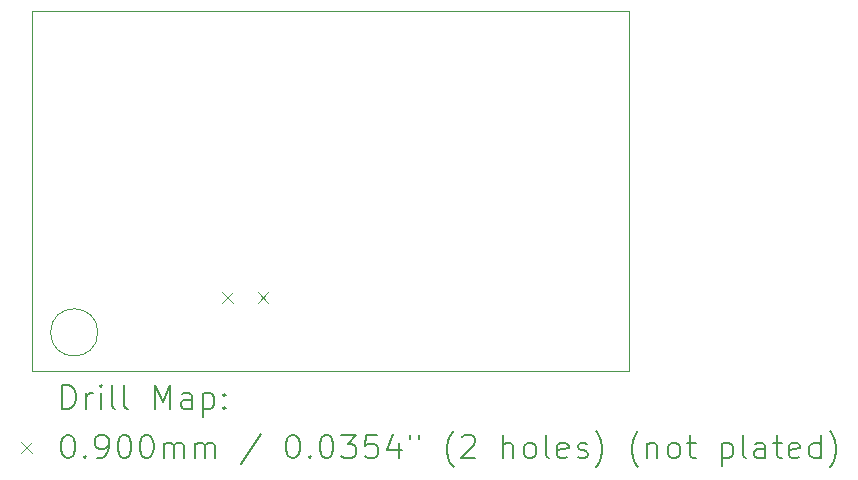
<source format=gbr>
%TF.GenerationSoftware,KiCad,Pcbnew,7.0.7*%
%TF.CreationDate,2024-05-24T10:30:40-07:00*%
%TF.ProjectId,Pinky,50696e6b-792e-46b6-9963-61645f706362,rev?*%
%TF.SameCoordinates,Original*%
%TF.FileFunction,Drillmap*%
%TF.FilePolarity,Positive*%
%FSLAX45Y45*%
G04 Gerber Fmt 4.5, Leading zero omitted, Abs format (unit mm)*
G04 Created by KiCad (PCBNEW 7.0.7) date 2024-05-24 10:30:40*
%MOMM*%
%LPD*%
G01*
G04 APERTURE LIST*
%ADD10C,0.100000*%
%ADD11C,0.200000*%
%ADD12C,0.090000*%
G04 APERTURE END LIST*
D10*
X12446000Y-6629400D02*
X17500600Y-6629400D01*
X17500600Y-9677400D01*
X12446000Y-9677400D01*
X12446000Y-6629400D01*
X13001600Y-9347200D02*
G75*
G03*
X13001600Y-9347200I-200000J0D01*
G01*
D11*
D12*
X14054400Y-9008300D02*
X14144400Y-9098300D01*
X14144400Y-9008300D02*
X14054400Y-9098300D01*
X14354400Y-9008300D02*
X14444400Y-9098300D01*
X14444400Y-9008300D02*
X14354400Y-9098300D01*
D11*
X12701777Y-9993884D02*
X12701777Y-9793884D01*
X12701777Y-9793884D02*
X12749396Y-9793884D01*
X12749396Y-9793884D02*
X12777967Y-9803408D01*
X12777967Y-9803408D02*
X12797015Y-9822455D01*
X12797015Y-9822455D02*
X12806539Y-9841503D01*
X12806539Y-9841503D02*
X12816062Y-9879598D01*
X12816062Y-9879598D02*
X12816062Y-9908170D01*
X12816062Y-9908170D02*
X12806539Y-9946265D01*
X12806539Y-9946265D02*
X12797015Y-9965312D01*
X12797015Y-9965312D02*
X12777967Y-9984360D01*
X12777967Y-9984360D02*
X12749396Y-9993884D01*
X12749396Y-9993884D02*
X12701777Y-9993884D01*
X12901777Y-9993884D02*
X12901777Y-9860550D01*
X12901777Y-9898646D02*
X12911301Y-9879598D01*
X12911301Y-9879598D02*
X12920824Y-9870074D01*
X12920824Y-9870074D02*
X12939872Y-9860550D01*
X12939872Y-9860550D02*
X12958920Y-9860550D01*
X13025586Y-9993884D02*
X13025586Y-9860550D01*
X13025586Y-9793884D02*
X13016062Y-9803408D01*
X13016062Y-9803408D02*
X13025586Y-9812931D01*
X13025586Y-9812931D02*
X13035110Y-9803408D01*
X13035110Y-9803408D02*
X13025586Y-9793884D01*
X13025586Y-9793884D02*
X13025586Y-9812931D01*
X13149396Y-9993884D02*
X13130348Y-9984360D01*
X13130348Y-9984360D02*
X13120824Y-9965312D01*
X13120824Y-9965312D02*
X13120824Y-9793884D01*
X13254158Y-9993884D02*
X13235110Y-9984360D01*
X13235110Y-9984360D02*
X13225586Y-9965312D01*
X13225586Y-9965312D02*
X13225586Y-9793884D01*
X13482729Y-9993884D02*
X13482729Y-9793884D01*
X13482729Y-9793884D02*
X13549396Y-9936741D01*
X13549396Y-9936741D02*
X13616062Y-9793884D01*
X13616062Y-9793884D02*
X13616062Y-9993884D01*
X13797015Y-9993884D02*
X13797015Y-9889122D01*
X13797015Y-9889122D02*
X13787491Y-9870074D01*
X13787491Y-9870074D02*
X13768443Y-9860550D01*
X13768443Y-9860550D02*
X13730348Y-9860550D01*
X13730348Y-9860550D02*
X13711301Y-9870074D01*
X13797015Y-9984360D02*
X13777967Y-9993884D01*
X13777967Y-9993884D02*
X13730348Y-9993884D01*
X13730348Y-9993884D02*
X13711301Y-9984360D01*
X13711301Y-9984360D02*
X13701777Y-9965312D01*
X13701777Y-9965312D02*
X13701777Y-9946265D01*
X13701777Y-9946265D02*
X13711301Y-9927217D01*
X13711301Y-9927217D02*
X13730348Y-9917693D01*
X13730348Y-9917693D02*
X13777967Y-9917693D01*
X13777967Y-9917693D02*
X13797015Y-9908170D01*
X13892253Y-9860550D02*
X13892253Y-10060550D01*
X13892253Y-9870074D02*
X13911301Y-9860550D01*
X13911301Y-9860550D02*
X13949396Y-9860550D01*
X13949396Y-9860550D02*
X13968443Y-9870074D01*
X13968443Y-9870074D02*
X13977967Y-9879598D01*
X13977967Y-9879598D02*
X13987491Y-9898646D01*
X13987491Y-9898646D02*
X13987491Y-9955789D01*
X13987491Y-9955789D02*
X13977967Y-9974836D01*
X13977967Y-9974836D02*
X13968443Y-9984360D01*
X13968443Y-9984360D02*
X13949396Y-9993884D01*
X13949396Y-9993884D02*
X13911301Y-9993884D01*
X13911301Y-9993884D02*
X13892253Y-9984360D01*
X14073205Y-9974836D02*
X14082729Y-9984360D01*
X14082729Y-9984360D02*
X14073205Y-9993884D01*
X14073205Y-9993884D02*
X14063682Y-9984360D01*
X14063682Y-9984360D02*
X14073205Y-9974836D01*
X14073205Y-9974836D02*
X14073205Y-9993884D01*
X14073205Y-9870074D02*
X14082729Y-9879598D01*
X14082729Y-9879598D02*
X14073205Y-9889122D01*
X14073205Y-9889122D02*
X14063682Y-9879598D01*
X14063682Y-9879598D02*
X14073205Y-9870074D01*
X14073205Y-9870074D02*
X14073205Y-9889122D01*
D12*
X12351000Y-10277400D02*
X12441000Y-10367400D01*
X12441000Y-10277400D02*
X12351000Y-10367400D01*
D11*
X12739872Y-10213884D02*
X12758920Y-10213884D01*
X12758920Y-10213884D02*
X12777967Y-10223408D01*
X12777967Y-10223408D02*
X12787491Y-10232931D01*
X12787491Y-10232931D02*
X12797015Y-10251979D01*
X12797015Y-10251979D02*
X12806539Y-10290074D01*
X12806539Y-10290074D02*
X12806539Y-10337693D01*
X12806539Y-10337693D02*
X12797015Y-10375789D01*
X12797015Y-10375789D02*
X12787491Y-10394836D01*
X12787491Y-10394836D02*
X12777967Y-10404360D01*
X12777967Y-10404360D02*
X12758920Y-10413884D01*
X12758920Y-10413884D02*
X12739872Y-10413884D01*
X12739872Y-10413884D02*
X12720824Y-10404360D01*
X12720824Y-10404360D02*
X12711301Y-10394836D01*
X12711301Y-10394836D02*
X12701777Y-10375789D01*
X12701777Y-10375789D02*
X12692253Y-10337693D01*
X12692253Y-10337693D02*
X12692253Y-10290074D01*
X12692253Y-10290074D02*
X12701777Y-10251979D01*
X12701777Y-10251979D02*
X12711301Y-10232931D01*
X12711301Y-10232931D02*
X12720824Y-10223408D01*
X12720824Y-10223408D02*
X12739872Y-10213884D01*
X12892253Y-10394836D02*
X12901777Y-10404360D01*
X12901777Y-10404360D02*
X12892253Y-10413884D01*
X12892253Y-10413884D02*
X12882729Y-10404360D01*
X12882729Y-10404360D02*
X12892253Y-10394836D01*
X12892253Y-10394836D02*
X12892253Y-10413884D01*
X12997015Y-10413884D02*
X13035110Y-10413884D01*
X13035110Y-10413884D02*
X13054158Y-10404360D01*
X13054158Y-10404360D02*
X13063682Y-10394836D01*
X13063682Y-10394836D02*
X13082729Y-10366265D01*
X13082729Y-10366265D02*
X13092253Y-10328170D01*
X13092253Y-10328170D02*
X13092253Y-10251979D01*
X13092253Y-10251979D02*
X13082729Y-10232931D01*
X13082729Y-10232931D02*
X13073205Y-10223408D01*
X13073205Y-10223408D02*
X13054158Y-10213884D01*
X13054158Y-10213884D02*
X13016062Y-10213884D01*
X13016062Y-10213884D02*
X12997015Y-10223408D01*
X12997015Y-10223408D02*
X12987491Y-10232931D01*
X12987491Y-10232931D02*
X12977967Y-10251979D01*
X12977967Y-10251979D02*
X12977967Y-10299598D01*
X12977967Y-10299598D02*
X12987491Y-10318646D01*
X12987491Y-10318646D02*
X12997015Y-10328170D01*
X12997015Y-10328170D02*
X13016062Y-10337693D01*
X13016062Y-10337693D02*
X13054158Y-10337693D01*
X13054158Y-10337693D02*
X13073205Y-10328170D01*
X13073205Y-10328170D02*
X13082729Y-10318646D01*
X13082729Y-10318646D02*
X13092253Y-10299598D01*
X13216062Y-10213884D02*
X13235110Y-10213884D01*
X13235110Y-10213884D02*
X13254158Y-10223408D01*
X13254158Y-10223408D02*
X13263682Y-10232931D01*
X13263682Y-10232931D02*
X13273205Y-10251979D01*
X13273205Y-10251979D02*
X13282729Y-10290074D01*
X13282729Y-10290074D02*
X13282729Y-10337693D01*
X13282729Y-10337693D02*
X13273205Y-10375789D01*
X13273205Y-10375789D02*
X13263682Y-10394836D01*
X13263682Y-10394836D02*
X13254158Y-10404360D01*
X13254158Y-10404360D02*
X13235110Y-10413884D01*
X13235110Y-10413884D02*
X13216062Y-10413884D01*
X13216062Y-10413884D02*
X13197015Y-10404360D01*
X13197015Y-10404360D02*
X13187491Y-10394836D01*
X13187491Y-10394836D02*
X13177967Y-10375789D01*
X13177967Y-10375789D02*
X13168443Y-10337693D01*
X13168443Y-10337693D02*
X13168443Y-10290074D01*
X13168443Y-10290074D02*
X13177967Y-10251979D01*
X13177967Y-10251979D02*
X13187491Y-10232931D01*
X13187491Y-10232931D02*
X13197015Y-10223408D01*
X13197015Y-10223408D02*
X13216062Y-10213884D01*
X13406539Y-10213884D02*
X13425586Y-10213884D01*
X13425586Y-10213884D02*
X13444634Y-10223408D01*
X13444634Y-10223408D02*
X13454158Y-10232931D01*
X13454158Y-10232931D02*
X13463682Y-10251979D01*
X13463682Y-10251979D02*
X13473205Y-10290074D01*
X13473205Y-10290074D02*
X13473205Y-10337693D01*
X13473205Y-10337693D02*
X13463682Y-10375789D01*
X13463682Y-10375789D02*
X13454158Y-10394836D01*
X13454158Y-10394836D02*
X13444634Y-10404360D01*
X13444634Y-10404360D02*
X13425586Y-10413884D01*
X13425586Y-10413884D02*
X13406539Y-10413884D01*
X13406539Y-10413884D02*
X13387491Y-10404360D01*
X13387491Y-10404360D02*
X13377967Y-10394836D01*
X13377967Y-10394836D02*
X13368443Y-10375789D01*
X13368443Y-10375789D02*
X13358920Y-10337693D01*
X13358920Y-10337693D02*
X13358920Y-10290074D01*
X13358920Y-10290074D02*
X13368443Y-10251979D01*
X13368443Y-10251979D02*
X13377967Y-10232931D01*
X13377967Y-10232931D02*
X13387491Y-10223408D01*
X13387491Y-10223408D02*
X13406539Y-10213884D01*
X13558920Y-10413884D02*
X13558920Y-10280550D01*
X13558920Y-10299598D02*
X13568443Y-10290074D01*
X13568443Y-10290074D02*
X13587491Y-10280550D01*
X13587491Y-10280550D02*
X13616063Y-10280550D01*
X13616063Y-10280550D02*
X13635110Y-10290074D01*
X13635110Y-10290074D02*
X13644634Y-10309122D01*
X13644634Y-10309122D02*
X13644634Y-10413884D01*
X13644634Y-10309122D02*
X13654158Y-10290074D01*
X13654158Y-10290074D02*
X13673205Y-10280550D01*
X13673205Y-10280550D02*
X13701777Y-10280550D01*
X13701777Y-10280550D02*
X13720824Y-10290074D01*
X13720824Y-10290074D02*
X13730348Y-10309122D01*
X13730348Y-10309122D02*
X13730348Y-10413884D01*
X13825586Y-10413884D02*
X13825586Y-10280550D01*
X13825586Y-10299598D02*
X13835110Y-10290074D01*
X13835110Y-10290074D02*
X13854158Y-10280550D01*
X13854158Y-10280550D02*
X13882729Y-10280550D01*
X13882729Y-10280550D02*
X13901777Y-10290074D01*
X13901777Y-10290074D02*
X13911301Y-10309122D01*
X13911301Y-10309122D02*
X13911301Y-10413884D01*
X13911301Y-10309122D02*
X13920824Y-10290074D01*
X13920824Y-10290074D02*
X13939872Y-10280550D01*
X13939872Y-10280550D02*
X13968443Y-10280550D01*
X13968443Y-10280550D02*
X13987491Y-10290074D01*
X13987491Y-10290074D02*
X13997015Y-10309122D01*
X13997015Y-10309122D02*
X13997015Y-10413884D01*
X14387491Y-10204360D02*
X14216063Y-10461503D01*
X14644634Y-10213884D02*
X14663682Y-10213884D01*
X14663682Y-10213884D02*
X14682729Y-10223408D01*
X14682729Y-10223408D02*
X14692253Y-10232931D01*
X14692253Y-10232931D02*
X14701777Y-10251979D01*
X14701777Y-10251979D02*
X14711301Y-10290074D01*
X14711301Y-10290074D02*
X14711301Y-10337693D01*
X14711301Y-10337693D02*
X14701777Y-10375789D01*
X14701777Y-10375789D02*
X14692253Y-10394836D01*
X14692253Y-10394836D02*
X14682729Y-10404360D01*
X14682729Y-10404360D02*
X14663682Y-10413884D01*
X14663682Y-10413884D02*
X14644634Y-10413884D01*
X14644634Y-10413884D02*
X14625586Y-10404360D01*
X14625586Y-10404360D02*
X14616063Y-10394836D01*
X14616063Y-10394836D02*
X14606539Y-10375789D01*
X14606539Y-10375789D02*
X14597015Y-10337693D01*
X14597015Y-10337693D02*
X14597015Y-10290074D01*
X14597015Y-10290074D02*
X14606539Y-10251979D01*
X14606539Y-10251979D02*
X14616063Y-10232931D01*
X14616063Y-10232931D02*
X14625586Y-10223408D01*
X14625586Y-10223408D02*
X14644634Y-10213884D01*
X14797015Y-10394836D02*
X14806539Y-10404360D01*
X14806539Y-10404360D02*
X14797015Y-10413884D01*
X14797015Y-10413884D02*
X14787491Y-10404360D01*
X14787491Y-10404360D02*
X14797015Y-10394836D01*
X14797015Y-10394836D02*
X14797015Y-10413884D01*
X14930348Y-10213884D02*
X14949396Y-10213884D01*
X14949396Y-10213884D02*
X14968444Y-10223408D01*
X14968444Y-10223408D02*
X14977967Y-10232931D01*
X14977967Y-10232931D02*
X14987491Y-10251979D01*
X14987491Y-10251979D02*
X14997015Y-10290074D01*
X14997015Y-10290074D02*
X14997015Y-10337693D01*
X14997015Y-10337693D02*
X14987491Y-10375789D01*
X14987491Y-10375789D02*
X14977967Y-10394836D01*
X14977967Y-10394836D02*
X14968444Y-10404360D01*
X14968444Y-10404360D02*
X14949396Y-10413884D01*
X14949396Y-10413884D02*
X14930348Y-10413884D01*
X14930348Y-10413884D02*
X14911301Y-10404360D01*
X14911301Y-10404360D02*
X14901777Y-10394836D01*
X14901777Y-10394836D02*
X14892253Y-10375789D01*
X14892253Y-10375789D02*
X14882729Y-10337693D01*
X14882729Y-10337693D02*
X14882729Y-10290074D01*
X14882729Y-10290074D02*
X14892253Y-10251979D01*
X14892253Y-10251979D02*
X14901777Y-10232931D01*
X14901777Y-10232931D02*
X14911301Y-10223408D01*
X14911301Y-10223408D02*
X14930348Y-10213884D01*
X15063682Y-10213884D02*
X15187491Y-10213884D01*
X15187491Y-10213884D02*
X15120825Y-10290074D01*
X15120825Y-10290074D02*
X15149396Y-10290074D01*
X15149396Y-10290074D02*
X15168444Y-10299598D01*
X15168444Y-10299598D02*
X15177967Y-10309122D01*
X15177967Y-10309122D02*
X15187491Y-10328170D01*
X15187491Y-10328170D02*
X15187491Y-10375789D01*
X15187491Y-10375789D02*
X15177967Y-10394836D01*
X15177967Y-10394836D02*
X15168444Y-10404360D01*
X15168444Y-10404360D02*
X15149396Y-10413884D01*
X15149396Y-10413884D02*
X15092253Y-10413884D01*
X15092253Y-10413884D02*
X15073206Y-10404360D01*
X15073206Y-10404360D02*
X15063682Y-10394836D01*
X15368444Y-10213884D02*
X15273206Y-10213884D01*
X15273206Y-10213884D02*
X15263682Y-10309122D01*
X15263682Y-10309122D02*
X15273206Y-10299598D01*
X15273206Y-10299598D02*
X15292253Y-10290074D01*
X15292253Y-10290074D02*
X15339872Y-10290074D01*
X15339872Y-10290074D02*
X15358920Y-10299598D01*
X15358920Y-10299598D02*
X15368444Y-10309122D01*
X15368444Y-10309122D02*
X15377967Y-10328170D01*
X15377967Y-10328170D02*
X15377967Y-10375789D01*
X15377967Y-10375789D02*
X15368444Y-10394836D01*
X15368444Y-10394836D02*
X15358920Y-10404360D01*
X15358920Y-10404360D02*
X15339872Y-10413884D01*
X15339872Y-10413884D02*
X15292253Y-10413884D01*
X15292253Y-10413884D02*
X15273206Y-10404360D01*
X15273206Y-10404360D02*
X15263682Y-10394836D01*
X15549396Y-10280550D02*
X15549396Y-10413884D01*
X15501777Y-10204360D02*
X15454158Y-10347217D01*
X15454158Y-10347217D02*
X15577967Y-10347217D01*
X15644634Y-10213884D02*
X15644634Y-10251979D01*
X15720825Y-10213884D02*
X15720825Y-10251979D01*
X16016063Y-10490074D02*
X16006539Y-10480550D01*
X16006539Y-10480550D02*
X15987491Y-10451979D01*
X15987491Y-10451979D02*
X15977968Y-10432931D01*
X15977968Y-10432931D02*
X15968444Y-10404360D01*
X15968444Y-10404360D02*
X15958920Y-10356741D01*
X15958920Y-10356741D02*
X15958920Y-10318646D01*
X15958920Y-10318646D02*
X15968444Y-10271027D01*
X15968444Y-10271027D02*
X15977968Y-10242455D01*
X15977968Y-10242455D02*
X15987491Y-10223408D01*
X15987491Y-10223408D02*
X16006539Y-10194836D01*
X16006539Y-10194836D02*
X16016063Y-10185312D01*
X16082729Y-10232931D02*
X16092253Y-10223408D01*
X16092253Y-10223408D02*
X16111301Y-10213884D01*
X16111301Y-10213884D02*
X16158920Y-10213884D01*
X16158920Y-10213884D02*
X16177968Y-10223408D01*
X16177968Y-10223408D02*
X16187491Y-10232931D01*
X16187491Y-10232931D02*
X16197015Y-10251979D01*
X16197015Y-10251979D02*
X16197015Y-10271027D01*
X16197015Y-10271027D02*
X16187491Y-10299598D01*
X16187491Y-10299598D02*
X16073206Y-10413884D01*
X16073206Y-10413884D02*
X16197015Y-10413884D01*
X16435110Y-10413884D02*
X16435110Y-10213884D01*
X16520825Y-10413884D02*
X16520825Y-10309122D01*
X16520825Y-10309122D02*
X16511301Y-10290074D01*
X16511301Y-10290074D02*
X16492253Y-10280550D01*
X16492253Y-10280550D02*
X16463682Y-10280550D01*
X16463682Y-10280550D02*
X16444634Y-10290074D01*
X16444634Y-10290074D02*
X16435110Y-10299598D01*
X16644634Y-10413884D02*
X16625587Y-10404360D01*
X16625587Y-10404360D02*
X16616063Y-10394836D01*
X16616063Y-10394836D02*
X16606539Y-10375789D01*
X16606539Y-10375789D02*
X16606539Y-10318646D01*
X16606539Y-10318646D02*
X16616063Y-10299598D01*
X16616063Y-10299598D02*
X16625587Y-10290074D01*
X16625587Y-10290074D02*
X16644634Y-10280550D01*
X16644634Y-10280550D02*
X16673206Y-10280550D01*
X16673206Y-10280550D02*
X16692253Y-10290074D01*
X16692253Y-10290074D02*
X16701777Y-10299598D01*
X16701777Y-10299598D02*
X16711301Y-10318646D01*
X16711301Y-10318646D02*
X16711301Y-10375789D01*
X16711301Y-10375789D02*
X16701777Y-10394836D01*
X16701777Y-10394836D02*
X16692253Y-10404360D01*
X16692253Y-10404360D02*
X16673206Y-10413884D01*
X16673206Y-10413884D02*
X16644634Y-10413884D01*
X16825587Y-10413884D02*
X16806539Y-10404360D01*
X16806539Y-10404360D02*
X16797015Y-10385312D01*
X16797015Y-10385312D02*
X16797015Y-10213884D01*
X16977968Y-10404360D02*
X16958920Y-10413884D01*
X16958920Y-10413884D02*
X16920825Y-10413884D01*
X16920825Y-10413884D02*
X16901777Y-10404360D01*
X16901777Y-10404360D02*
X16892253Y-10385312D01*
X16892253Y-10385312D02*
X16892253Y-10309122D01*
X16892253Y-10309122D02*
X16901777Y-10290074D01*
X16901777Y-10290074D02*
X16920825Y-10280550D01*
X16920825Y-10280550D02*
X16958920Y-10280550D01*
X16958920Y-10280550D02*
X16977968Y-10290074D01*
X16977968Y-10290074D02*
X16987492Y-10309122D01*
X16987492Y-10309122D02*
X16987492Y-10328170D01*
X16987492Y-10328170D02*
X16892253Y-10347217D01*
X17063682Y-10404360D02*
X17082730Y-10413884D01*
X17082730Y-10413884D02*
X17120825Y-10413884D01*
X17120825Y-10413884D02*
X17139873Y-10404360D01*
X17139873Y-10404360D02*
X17149396Y-10385312D01*
X17149396Y-10385312D02*
X17149396Y-10375789D01*
X17149396Y-10375789D02*
X17139873Y-10356741D01*
X17139873Y-10356741D02*
X17120825Y-10347217D01*
X17120825Y-10347217D02*
X17092253Y-10347217D01*
X17092253Y-10347217D02*
X17073206Y-10337693D01*
X17073206Y-10337693D02*
X17063682Y-10318646D01*
X17063682Y-10318646D02*
X17063682Y-10309122D01*
X17063682Y-10309122D02*
X17073206Y-10290074D01*
X17073206Y-10290074D02*
X17092253Y-10280550D01*
X17092253Y-10280550D02*
X17120825Y-10280550D01*
X17120825Y-10280550D02*
X17139873Y-10290074D01*
X17216063Y-10490074D02*
X17225587Y-10480550D01*
X17225587Y-10480550D02*
X17244634Y-10451979D01*
X17244634Y-10451979D02*
X17254158Y-10432931D01*
X17254158Y-10432931D02*
X17263682Y-10404360D01*
X17263682Y-10404360D02*
X17273206Y-10356741D01*
X17273206Y-10356741D02*
X17273206Y-10318646D01*
X17273206Y-10318646D02*
X17263682Y-10271027D01*
X17263682Y-10271027D02*
X17254158Y-10242455D01*
X17254158Y-10242455D02*
X17244634Y-10223408D01*
X17244634Y-10223408D02*
X17225587Y-10194836D01*
X17225587Y-10194836D02*
X17216063Y-10185312D01*
X17577968Y-10490074D02*
X17568444Y-10480550D01*
X17568444Y-10480550D02*
X17549396Y-10451979D01*
X17549396Y-10451979D02*
X17539873Y-10432931D01*
X17539873Y-10432931D02*
X17530349Y-10404360D01*
X17530349Y-10404360D02*
X17520825Y-10356741D01*
X17520825Y-10356741D02*
X17520825Y-10318646D01*
X17520825Y-10318646D02*
X17530349Y-10271027D01*
X17530349Y-10271027D02*
X17539873Y-10242455D01*
X17539873Y-10242455D02*
X17549396Y-10223408D01*
X17549396Y-10223408D02*
X17568444Y-10194836D01*
X17568444Y-10194836D02*
X17577968Y-10185312D01*
X17654158Y-10280550D02*
X17654158Y-10413884D01*
X17654158Y-10299598D02*
X17663682Y-10290074D01*
X17663682Y-10290074D02*
X17682730Y-10280550D01*
X17682730Y-10280550D02*
X17711301Y-10280550D01*
X17711301Y-10280550D02*
X17730349Y-10290074D01*
X17730349Y-10290074D02*
X17739873Y-10309122D01*
X17739873Y-10309122D02*
X17739873Y-10413884D01*
X17863682Y-10413884D02*
X17844634Y-10404360D01*
X17844634Y-10404360D02*
X17835111Y-10394836D01*
X17835111Y-10394836D02*
X17825587Y-10375789D01*
X17825587Y-10375789D02*
X17825587Y-10318646D01*
X17825587Y-10318646D02*
X17835111Y-10299598D01*
X17835111Y-10299598D02*
X17844634Y-10290074D01*
X17844634Y-10290074D02*
X17863682Y-10280550D01*
X17863682Y-10280550D02*
X17892254Y-10280550D01*
X17892254Y-10280550D02*
X17911301Y-10290074D01*
X17911301Y-10290074D02*
X17920825Y-10299598D01*
X17920825Y-10299598D02*
X17930349Y-10318646D01*
X17930349Y-10318646D02*
X17930349Y-10375789D01*
X17930349Y-10375789D02*
X17920825Y-10394836D01*
X17920825Y-10394836D02*
X17911301Y-10404360D01*
X17911301Y-10404360D02*
X17892254Y-10413884D01*
X17892254Y-10413884D02*
X17863682Y-10413884D01*
X17987492Y-10280550D02*
X18063682Y-10280550D01*
X18016063Y-10213884D02*
X18016063Y-10385312D01*
X18016063Y-10385312D02*
X18025587Y-10404360D01*
X18025587Y-10404360D02*
X18044634Y-10413884D01*
X18044634Y-10413884D02*
X18063682Y-10413884D01*
X18282730Y-10280550D02*
X18282730Y-10480550D01*
X18282730Y-10290074D02*
X18301777Y-10280550D01*
X18301777Y-10280550D02*
X18339873Y-10280550D01*
X18339873Y-10280550D02*
X18358920Y-10290074D01*
X18358920Y-10290074D02*
X18368444Y-10299598D01*
X18368444Y-10299598D02*
X18377968Y-10318646D01*
X18377968Y-10318646D02*
X18377968Y-10375789D01*
X18377968Y-10375789D02*
X18368444Y-10394836D01*
X18368444Y-10394836D02*
X18358920Y-10404360D01*
X18358920Y-10404360D02*
X18339873Y-10413884D01*
X18339873Y-10413884D02*
X18301777Y-10413884D01*
X18301777Y-10413884D02*
X18282730Y-10404360D01*
X18492254Y-10413884D02*
X18473206Y-10404360D01*
X18473206Y-10404360D02*
X18463682Y-10385312D01*
X18463682Y-10385312D02*
X18463682Y-10213884D01*
X18654158Y-10413884D02*
X18654158Y-10309122D01*
X18654158Y-10309122D02*
X18644635Y-10290074D01*
X18644635Y-10290074D02*
X18625587Y-10280550D01*
X18625587Y-10280550D02*
X18587492Y-10280550D01*
X18587492Y-10280550D02*
X18568444Y-10290074D01*
X18654158Y-10404360D02*
X18635111Y-10413884D01*
X18635111Y-10413884D02*
X18587492Y-10413884D01*
X18587492Y-10413884D02*
X18568444Y-10404360D01*
X18568444Y-10404360D02*
X18558920Y-10385312D01*
X18558920Y-10385312D02*
X18558920Y-10366265D01*
X18558920Y-10366265D02*
X18568444Y-10347217D01*
X18568444Y-10347217D02*
X18587492Y-10337693D01*
X18587492Y-10337693D02*
X18635111Y-10337693D01*
X18635111Y-10337693D02*
X18654158Y-10328170D01*
X18720825Y-10280550D02*
X18797015Y-10280550D01*
X18749396Y-10213884D02*
X18749396Y-10385312D01*
X18749396Y-10385312D02*
X18758920Y-10404360D01*
X18758920Y-10404360D02*
X18777968Y-10413884D01*
X18777968Y-10413884D02*
X18797015Y-10413884D01*
X18939873Y-10404360D02*
X18920825Y-10413884D01*
X18920825Y-10413884D02*
X18882730Y-10413884D01*
X18882730Y-10413884D02*
X18863682Y-10404360D01*
X18863682Y-10404360D02*
X18854158Y-10385312D01*
X18854158Y-10385312D02*
X18854158Y-10309122D01*
X18854158Y-10309122D02*
X18863682Y-10290074D01*
X18863682Y-10290074D02*
X18882730Y-10280550D01*
X18882730Y-10280550D02*
X18920825Y-10280550D01*
X18920825Y-10280550D02*
X18939873Y-10290074D01*
X18939873Y-10290074D02*
X18949396Y-10309122D01*
X18949396Y-10309122D02*
X18949396Y-10328170D01*
X18949396Y-10328170D02*
X18854158Y-10347217D01*
X19120825Y-10413884D02*
X19120825Y-10213884D01*
X19120825Y-10404360D02*
X19101777Y-10413884D01*
X19101777Y-10413884D02*
X19063682Y-10413884D01*
X19063682Y-10413884D02*
X19044635Y-10404360D01*
X19044635Y-10404360D02*
X19035111Y-10394836D01*
X19035111Y-10394836D02*
X19025587Y-10375789D01*
X19025587Y-10375789D02*
X19025587Y-10318646D01*
X19025587Y-10318646D02*
X19035111Y-10299598D01*
X19035111Y-10299598D02*
X19044635Y-10290074D01*
X19044635Y-10290074D02*
X19063682Y-10280550D01*
X19063682Y-10280550D02*
X19101777Y-10280550D01*
X19101777Y-10280550D02*
X19120825Y-10290074D01*
X19197016Y-10490074D02*
X19206539Y-10480550D01*
X19206539Y-10480550D02*
X19225587Y-10451979D01*
X19225587Y-10451979D02*
X19235111Y-10432931D01*
X19235111Y-10432931D02*
X19244635Y-10404360D01*
X19244635Y-10404360D02*
X19254158Y-10356741D01*
X19254158Y-10356741D02*
X19254158Y-10318646D01*
X19254158Y-10318646D02*
X19244635Y-10271027D01*
X19244635Y-10271027D02*
X19235111Y-10242455D01*
X19235111Y-10242455D02*
X19225587Y-10223408D01*
X19225587Y-10223408D02*
X19206539Y-10194836D01*
X19206539Y-10194836D02*
X19197016Y-10185312D01*
M02*

</source>
